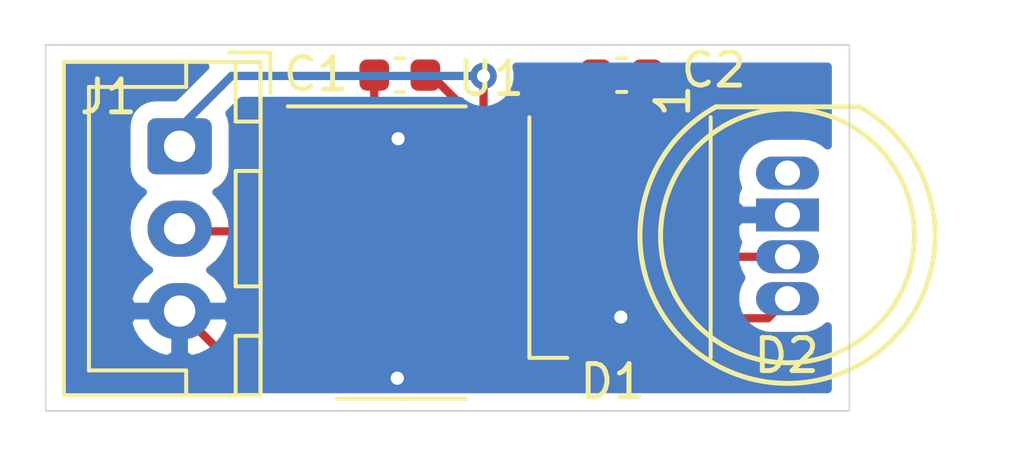
<source format=kicad_pcb>
(kicad_pcb (version 20171130) (host pcbnew 5.1.10)

  (general
    (thickness 1.6)
    (drawings 4)
    (tracks 54)
    (zones 0)
    (modules 6)
    (nets 12)
  )

  (page A4)
  (layers
    (0 F.Cu signal)
    (31 B.Cu signal)
    (32 B.Adhes user)
    (33 F.Adhes user)
    (34 B.Paste user)
    (35 F.Paste user)
    (36 B.SilkS user)
    (37 F.SilkS user)
    (38 B.Mask user)
    (39 F.Mask user)
    (40 Dwgs.User user)
    (41 Cmts.User user)
    (42 Eco1.User user)
    (43 Eco2.User user)
    (44 Edge.Cuts user)
    (45 Margin user)
    (46 B.CrtYd user)
    (47 F.CrtYd user)
    (48 B.Fab user)
    (49 F.Fab user)
  )

  (setup
    (last_trace_width 0.25)
    (trace_clearance 0.2)
    (zone_clearance 0.508)
    (zone_45_only no)
    (trace_min 0.2)
    (via_size 0.8)
    (via_drill 0.4)
    (via_min_size 0.4)
    (via_min_drill 0.3)
    (uvia_size 0.3)
    (uvia_drill 0.1)
    (uvias_allowed no)
    (uvia_min_size 0.2)
    (uvia_min_drill 0.1)
    (edge_width 0.05)
    (segment_width 0.2)
    (pcb_text_width 0.3)
    (pcb_text_size 1.5 1.5)
    (mod_edge_width 0.12)
    (mod_text_size 1 1)
    (mod_text_width 0.15)
    (pad_size 1.524 1.524)
    (pad_drill 0.762)
    (pad_to_mask_clearance 0.051)
    (solder_mask_min_width 0.25)
    (aux_axis_origin 0 0)
    (visible_elements FFFFFF7F)
    (pcbplotparams
      (layerselection 0x010fc_ffffffff)
      (usegerberextensions false)
      (usegerberattributes true)
      (usegerberadvancedattributes true)
      (creategerberjobfile true)
      (excludeedgelayer true)
      (linewidth 0.100000)
      (plotframeref false)
      (viasonmask false)
      (mode 1)
      (useauxorigin false)
      (hpglpennumber 1)
      (hpglpenspeed 20)
      (hpglpendiameter 15.000000)
      (psnegative false)
      (psa4output false)
      (plotreference true)
      (plotvalue true)
      (plotinvisibletext false)
      (padsonsilk false)
      (subtractmaskfromsilk false)
      (outputformat 1)
      (mirror false)
      (drillshape 1)
      (scaleselection 1)
      (outputdirectory ""))
  )

  (net 0 "")
  (net 1 GND)
  (net 2 +5V)
  (net 3 "Net-(D1-Pad4)")
  (net 4 "Net-(D1-Pad1)")
  (net 5 "Net-(D2-Pad2)")
  (net 6 "Net-(J1-Pad2)")
  (net 7 "Net-(U1-Pad12)")
  (net 8 "Net-(U1-Pad8)")
  (net 9 "Net-(U1-Pad6)")
  (net 10 "Net-(U1-Pad4)")
  (net 11 U1A_O)

  (net_class Default "This is the default net class."
    (clearance 0.2)
    (trace_width 0.25)
    (via_dia 0.8)
    (via_drill 0.4)
    (uvia_dia 0.3)
    (uvia_drill 0.1)
    (add_net +5V)
    (add_net GND)
    (add_net "Net-(D1-Pad1)")
    (add_net "Net-(D1-Pad4)")
    (add_net "Net-(D2-Pad2)")
    (add_net "Net-(J1-Pad2)")
    (add_net "Net-(U1-Pad12)")
    (add_net "Net-(U1-Pad4)")
    (add_net "Net-(U1-Pad6)")
    (add_net "Net-(U1-Pad8)")
    (add_net U1A_O)
  )

  (module apa-106:APA-106-F8 (layer F.Cu) (tedit 6096F233) (tstamp 60974287)
    (at 145.3642 102.6922 90)
    (descr APA-106-F8)
    (tags "APA 106 F8 RGB LED 8mm")
    (path /60987850)
    (fp_text reference D1 (at -4.4196 -5.3086) (layer F.SilkS)
      (effects (font (size 1 1) (thickness 0.15)))
    )
    (fp_text value APA-106-F5 (at 0 6.35 270) (layer F.Fab)
      (effects (font (size 1 1) (thickness 0.15)))
    )
    (fp_line (start 3.914 2.17) (end 3.914 -2.17) (layer F.SilkS) (width 0.15))
    (fp_line (start 4.089 2.266) (end 4.089 -2.266) (layer F.CrtYd) (width 0.05))
    (fp_circle (center 0 0) (end 0 3.85) (layer F.SilkS) (width 0.15))
    (fp_arc (start 0 0) (end 4.089 2.266) (angle 302) (layer F.CrtYd) (width 0.05))
    (fp_arc (start 0 0) (end 3.914 2.17) (angle 302) (layer F.SilkS) (width 0.15))
    (pad 4 thru_hole oval (at 1.905 0 180) (size 1.905 1) (drill 0.762) (layers *.Cu *.Mask)
      (net 3 "Net-(D1-Pad4)"))
    (pad 2 thru_hole oval (at -0.635 0 180) (size 1.905 1) (drill 0.762) (layers *.Cu *.Mask)
      (net 2 +5V))
    (pad 3 thru_hole rect (at 0.635 0 180) (size 1.905 1) (drill 0.762) (layers *.Cu *.Mask)
      (net 1 GND))
    (pad 1 thru_hole oval (at -1.905 0 180) (size 1.905 1) (drill 0.762) (layers *.Cu *.Mask)
      (net 4 "Net-(D1-Pad1)"))
    (model /home/crox/lampe_salon_leds/apa-106.pretty/APA-106-F8.wrl
      (offset (xyz 0 0 0.2539999961853027))
      (scale (xyz 0.3937 0.3937 0.3937))
      (rotate (xyz 0 0 0))
    )
  )

  (module Package_SO:SOIC-14_3.9x8.7mm_P1.27mm (layer F.Cu) (tedit 5D9F72B1) (tstamp 609742E8)
    (at 133.6548 103.2002)
    (descr "SOIC, 14 Pin (JEDEC MS-012AB, https://www.analog.com/media/en/package-pcb-resources/package/pkg_pdf/soic_narrow-r/r_14.pdf), generated with kicad-footprint-generator ipc_gullwing_generator.py")
    (tags "SOIC SO")
    (path /60977CDF)
    (attr smd)
    (fp_text reference U1 (at 2.7178 -5.28) (layer F.SilkS)
      (effects (font (size 1 1) (thickness 0.15)))
    )
    (fp_text value 7414 (at 0 5.28) (layer F.Fab)
      (effects (font (size 1 1) (thickness 0.15)))
    )
    (fp_line (start 3.7 -4.58) (end -3.7 -4.58) (layer F.CrtYd) (width 0.05))
    (fp_line (start 3.7 4.58) (end 3.7 -4.58) (layer F.CrtYd) (width 0.05))
    (fp_line (start -3.7 4.58) (end 3.7 4.58) (layer F.CrtYd) (width 0.05))
    (fp_line (start -3.7 -4.58) (end -3.7 4.58) (layer F.CrtYd) (width 0.05))
    (fp_line (start -1.95 -3.35) (end -0.975 -4.325) (layer F.Fab) (width 0.1))
    (fp_line (start -1.95 4.325) (end -1.95 -3.35) (layer F.Fab) (width 0.1))
    (fp_line (start 1.95 4.325) (end -1.95 4.325) (layer F.Fab) (width 0.1))
    (fp_line (start 1.95 -4.325) (end 1.95 4.325) (layer F.Fab) (width 0.1))
    (fp_line (start -0.975 -4.325) (end 1.95 -4.325) (layer F.Fab) (width 0.1))
    (fp_line (start 0 -4.435) (end -3.45 -4.435) (layer F.SilkS) (width 0.12))
    (fp_line (start 0 -4.435) (end 1.95 -4.435) (layer F.SilkS) (width 0.12))
    (fp_line (start 0 4.435) (end -1.95 4.435) (layer F.SilkS) (width 0.12))
    (fp_line (start 0 4.435) (end 1.95 4.435) (layer F.SilkS) (width 0.12))
    (fp_text user %R (at 0 0) (layer F.Fab)
      (effects (font (size 0.98 0.98) (thickness 0.15)))
    )
    (pad 14 smd roundrect (at 2.475 -3.81) (size 1.95 0.6) (layers F.Cu F.Paste F.Mask) (roundrect_rratio 0.25)
      (net 2 +5V))
    (pad 13 smd roundrect (at 2.475 -2.54) (size 1.95 0.6) (layers F.Cu F.Paste F.Mask) (roundrect_rratio 0.25)
      (net 2 +5V))
    (pad 12 smd roundrect (at 2.475 -1.27) (size 1.95 0.6) (layers F.Cu F.Paste F.Mask) (roundrect_rratio 0.25)
      (net 7 "Net-(U1-Pad12)"))
    (pad 11 smd roundrect (at 2.475 0) (size 1.95 0.6) (layers F.Cu F.Paste F.Mask) (roundrect_rratio 0.25)
      (net 6 "Net-(J1-Pad2)"))
    (pad 10 smd roundrect (at 2.475 1.27) (size 1.95 0.6) (layers F.Cu F.Paste F.Mask) (roundrect_rratio 0.25)
      (net 4 "Net-(D1-Pad1)"))
    (pad 9 smd roundrect (at 2.475 2.54) (size 1.95 0.6) (layers F.Cu F.Paste F.Mask) (roundrect_rratio 0.25)
      (net 1 GND))
    (pad 8 smd roundrect (at 2.475 3.81) (size 1.95 0.6) (layers F.Cu F.Paste F.Mask) (roundrect_rratio 0.25)
      (net 8 "Net-(U1-Pad8)"))
    (pad 7 smd roundrect (at -2.475 3.81) (size 1.95 0.6) (layers F.Cu F.Paste F.Mask) (roundrect_rratio 0.25)
      (net 1 GND))
    (pad 6 smd roundrect (at -2.475 2.54) (size 1.95 0.6) (layers F.Cu F.Paste F.Mask) (roundrect_rratio 0.25)
      (net 9 "Net-(U1-Pad6)"))
    (pad 5 smd roundrect (at -2.475 1.27) (size 1.95 0.6) (layers F.Cu F.Paste F.Mask) (roundrect_rratio 0.25)
      (net 10 "Net-(U1-Pad4)"))
    (pad 4 smd roundrect (at -2.475 0) (size 1.95 0.6) (layers F.Cu F.Paste F.Mask) (roundrect_rratio 0.25)
      (net 10 "Net-(U1-Pad4)"))
    (pad 3 smd roundrect (at -2.475 -1.27) (size 1.95 0.6) (layers F.Cu F.Paste F.Mask) (roundrect_rratio 0.25)
      (net 11 U1A_O))
    (pad 2 smd roundrect (at -2.475 -2.54) (size 1.95 0.6) (layers F.Cu F.Paste F.Mask) (roundrect_rratio 0.25)
      (net 11 U1A_O))
    (pad 1 smd roundrect (at -2.475 -3.81) (size 1.95 0.6) (layers F.Cu F.Paste F.Mask) (roundrect_rratio 0.25)
      (net 1 GND))
    (model ${KISYS3DMOD}/Package_SO.3dshapes/SOIC-14_3.9x8.7mm_P1.27mm.wrl
      (at (xyz 0 0 0))
      (scale (xyz 1 1 1))
      (rotate (xyz 0 0 0))
    )
  )

  (module Connector_JST:JST_XH_B03B-XH-A_1x03_P2.50mm_Vertical (layer F.Cu) (tedit 5B7754C5) (tstamp 609742C8)
    (at 126.9238 99.9744 270)
    (descr "JST XH series connector, B03B-XH-A (http://www.jst-mfg.com/product/pdf/eng/eXH.pdf), generated with kicad-footprint-generator")
    (tags "connector JST XH side entry")
    (path /6097F677)
    (fp_text reference J1 (at -1.4986 2.159 180) (layer F.SilkS)
      (effects (font (size 1 1) (thickness 0.15)))
    )
    (fp_text value Conn_01x03 (at 2.5 4.6 90) (layer F.Fab)
      (effects (font (size 1 1) (thickness 0.15)))
    )
    (fp_line (start -2.85 -2.75) (end -2.85 -1.5) (layer F.SilkS) (width 0.12))
    (fp_line (start -1.6 -2.75) (end -2.85 -2.75) (layer F.SilkS) (width 0.12))
    (fp_line (start 6.8 2.75) (end 2.5 2.75) (layer F.SilkS) (width 0.12))
    (fp_line (start 6.8 -0.2) (end 6.8 2.75) (layer F.SilkS) (width 0.12))
    (fp_line (start 7.55 -0.2) (end 6.8 -0.2) (layer F.SilkS) (width 0.12))
    (fp_line (start -1.8 2.75) (end 2.5 2.75) (layer F.SilkS) (width 0.12))
    (fp_line (start -1.8 -0.2) (end -1.8 2.75) (layer F.SilkS) (width 0.12))
    (fp_line (start -2.55 -0.2) (end -1.8 -0.2) (layer F.SilkS) (width 0.12))
    (fp_line (start 7.55 -2.45) (end 5.75 -2.45) (layer F.SilkS) (width 0.12))
    (fp_line (start 7.55 -1.7) (end 7.55 -2.45) (layer F.SilkS) (width 0.12))
    (fp_line (start 5.75 -1.7) (end 7.55 -1.7) (layer F.SilkS) (width 0.12))
    (fp_line (start 5.75 -2.45) (end 5.75 -1.7) (layer F.SilkS) (width 0.12))
    (fp_line (start -0.75 -2.45) (end -2.55 -2.45) (layer F.SilkS) (width 0.12))
    (fp_line (start -0.75 -1.7) (end -0.75 -2.45) (layer F.SilkS) (width 0.12))
    (fp_line (start -2.55 -1.7) (end -0.75 -1.7) (layer F.SilkS) (width 0.12))
    (fp_line (start -2.55 -2.45) (end -2.55 -1.7) (layer F.SilkS) (width 0.12))
    (fp_line (start 4.25 -2.45) (end 0.75 -2.45) (layer F.SilkS) (width 0.12))
    (fp_line (start 4.25 -1.7) (end 4.25 -2.45) (layer F.SilkS) (width 0.12))
    (fp_line (start 0.75 -1.7) (end 4.25 -1.7) (layer F.SilkS) (width 0.12))
    (fp_line (start 0.75 -2.45) (end 0.75 -1.7) (layer F.SilkS) (width 0.12))
    (fp_line (start 0 -1.35) (end 0.625 -2.35) (layer F.Fab) (width 0.1))
    (fp_line (start -0.625 -2.35) (end 0 -1.35) (layer F.Fab) (width 0.1))
    (fp_line (start 7.95 -2.85) (end -2.95 -2.85) (layer F.CrtYd) (width 0.05))
    (fp_line (start 7.95 3.9) (end 7.95 -2.85) (layer F.CrtYd) (width 0.05))
    (fp_line (start -2.95 3.9) (end 7.95 3.9) (layer F.CrtYd) (width 0.05))
    (fp_line (start -2.95 -2.85) (end -2.95 3.9) (layer F.CrtYd) (width 0.05))
    (fp_line (start 7.56 -2.46) (end -2.56 -2.46) (layer F.SilkS) (width 0.12))
    (fp_line (start 7.56 3.51) (end 7.56 -2.46) (layer F.SilkS) (width 0.12))
    (fp_line (start -2.56 3.51) (end 7.56 3.51) (layer F.SilkS) (width 0.12))
    (fp_line (start -2.56 -2.46) (end -2.56 3.51) (layer F.SilkS) (width 0.12))
    (fp_line (start 7.45 -2.35) (end -2.45 -2.35) (layer F.Fab) (width 0.1))
    (fp_line (start 7.45 3.4) (end 7.45 -2.35) (layer F.Fab) (width 0.1))
    (fp_line (start -2.45 3.4) (end 7.45 3.4) (layer F.Fab) (width 0.1))
    (fp_line (start -2.45 -2.35) (end -2.45 3.4) (layer F.Fab) (width 0.1))
    (fp_text user %R (at 2.5 2.7 90) (layer F.Fab)
      (effects (font (size 1 1) (thickness 0.15)))
    )
    (pad 3 thru_hole oval (at 5 0 270) (size 1.7 1.95) (drill 0.95) (layers *.Cu *.Mask)
      (net 1 GND))
    (pad 2 thru_hole oval (at 2.5 0 270) (size 1.7 1.95) (drill 0.95) (layers *.Cu *.Mask)
      (net 6 "Net-(J1-Pad2)"))
    (pad 1 thru_hole roundrect (at 0 0 270) (size 1.7 1.95) (drill 0.95) (layers *.Cu *.Mask) (roundrect_rratio 0.147059)
      (net 2 +5V))
    (model ${KISYS3DMOD}/Connector_JST.3dshapes/JST_XH_B03B-XH-A_1x03_P2.50mm_Vertical.wrl
      (at (xyz 0 0 0))
      (scale (xyz 1 1 1))
      (rotate (xyz 0 0 0))
    )
  )

  (module LED_SMD:LED_WS2812B_PLCC4_5.0x5.0mm_P3.2mm (layer F.Cu) (tedit 5AA4B285) (tstamp 6097429E)
    (at 140.2842 102.743 270)
    (descr https://cdn-shop.adafruit.com/datasheets/WS2812B.pdf)
    (tags "LED RGB NeoPixel")
    (path /6098F340)
    (attr smd)
    (fp_text reference D2 (at 3.5814 -5.0546 180) (layer F.SilkS)
      (effects (font (size 1 1) (thickness 0.15)))
    )
    (fp_text value WS2812B (at 0 4 90) (layer F.Fab)
      (effects (font (size 1 1) (thickness 0.15)))
    )
    (fp_circle (center 0 0) (end 0 -2) (layer F.Fab) (width 0.1))
    (fp_line (start 3.65 2.75) (end 3.65 1.6) (layer F.SilkS) (width 0.12))
    (fp_line (start -3.65 2.75) (end 3.65 2.75) (layer F.SilkS) (width 0.12))
    (fp_line (start -3.65 -2.75) (end 3.65 -2.75) (layer F.SilkS) (width 0.12))
    (fp_line (start 2.5 -2.5) (end -2.5 -2.5) (layer F.Fab) (width 0.1))
    (fp_line (start 2.5 2.5) (end 2.5 -2.5) (layer F.Fab) (width 0.1))
    (fp_line (start -2.5 2.5) (end 2.5 2.5) (layer F.Fab) (width 0.1))
    (fp_line (start -2.5 -2.5) (end -2.5 2.5) (layer F.Fab) (width 0.1))
    (fp_line (start 2.5 1.5) (end 1.5 2.5) (layer F.Fab) (width 0.1))
    (fp_line (start -3.45 -2.75) (end -3.45 2.75) (layer F.CrtYd) (width 0.05))
    (fp_line (start -3.45 2.75) (end 3.45 2.75) (layer F.CrtYd) (width 0.05))
    (fp_line (start 3.45 2.75) (end 3.45 -2.75) (layer F.CrtYd) (width 0.05))
    (fp_line (start 3.45 -2.75) (end -3.45 -2.75) (layer F.CrtYd) (width 0.05))
    (fp_text user %R (at 0 0 90) (layer F.Fab)
      (effects (font (size 0.8 0.8) (thickness 0.15)))
    )
    (fp_text user 1 (at -4.15 -1.6 90) (layer F.SilkS)
      (effects (font (size 1 1) (thickness 0.15)))
    )
    (pad 1 smd rect (at -2.45 -1.6 270) (size 1.5 1) (layers F.Cu F.Paste F.Mask)
      (net 2 +5V))
    (pad 2 smd rect (at -2.45 1.6 270) (size 1.5 1) (layers F.Cu F.Paste F.Mask)
      (net 5 "Net-(D2-Pad2)"))
    (pad 4 smd rect (at 2.45 -1.6 270) (size 1.5 1) (layers F.Cu F.Paste F.Mask)
      (net 4 "Net-(D1-Pad1)"))
    (pad 3 smd rect (at 2.45 1.6 270) (size 1.5 1) (layers F.Cu F.Paste F.Mask)
      (net 1 GND))
    (model ${KISYS3DMOD}/LED_SMD.3dshapes/LED_WS2812B_PLCC4_5.0x5.0mm_P3.2mm.wrl
      (at (xyz 0 0 0))
      (scale (xyz 1 1 1))
      (rotate (xyz 0 0 0))
    )
  )

  (module Capacitor_SMD:C_0603_1608Metric (layer F.Cu) (tedit 5F68FEEE) (tstamp 6097427A)
    (at 140.335 97.8154)
    (descr "Capacitor SMD 0603 (1608 Metric), square (rectangular) end terminal, IPC_7351 nominal, (Body size source: IPC-SM-782 page 76, https://www.pcb-3d.com/wordpress/wp-content/uploads/ipc-sm-782a_amendment_1_and_2.pdf), generated with kicad-footprint-generator")
    (tags capacitor)
    (path /6098CA0F)
    (attr smd)
    (fp_text reference C2 (at 2.794 -0.1524) (layer F.SilkS)
      (effects (font (size 1 1) (thickness 0.15)))
    )
    (fp_text value 100n (at 0 1.43) (layer F.Fab)
      (effects (font (size 1 1) (thickness 0.15)))
    )
    (fp_line (start 1.48 0.73) (end -1.48 0.73) (layer F.CrtYd) (width 0.05))
    (fp_line (start 1.48 -0.73) (end 1.48 0.73) (layer F.CrtYd) (width 0.05))
    (fp_line (start -1.48 -0.73) (end 1.48 -0.73) (layer F.CrtYd) (width 0.05))
    (fp_line (start -1.48 0.73) (end -1.48 -0.73) (layer F.CrtYd) (width 0.05))
    (fp_line (start -0.14058 0.51) (end 0.14058 0.51) (layer F.SilkS) (width 0.12))
    (fp_line (start -0.14058 -0.51) (end 0.14058 -0.51) (layer F.SilkS) (width 0.12))
    (fp_line (start 0.8 0.4) (end -0.8 0.4) (layer F.Fab) (width 0.1))
    (fp_line (start 0.8 -0.4) (end 0.8 0.4) (layer F.Fab) (width 0.1))
    (fp_line (start -0.8 -0.4) (end 0.8 -0.4) (layer F.Fab) (width 0.1))
    (fp_line (start -0.8 0.4) (end -0.8 -0.4) (layer F.Fab) (width 0.1))
    (fp_text user %R (at 0 0) (layer F.Fab)
      (effects (font (size 0.4 0.4) (thickness 0.06)))
    )
    (pad 2 smd roundrect (at 0.775 0) (size 0.9 0.95) (layers F.Cu F.Paste F.Mask) (roundrect_rratio 0.25)
      (net 1 GND))
    (pad 1 smd roundrect (at -0.775 0) (size 0.9 0.95) (layers F.Cu F.Paste F.Mask) (roundrect_rratio 0.25)
      (net 2 +5V))
    (model ${KISYS3DMOD}/Capacitor_SMD.3dshapes/C_0603_1608Metric.wrl
      (at (xyz 0 0 0))
      (scale (xyz 1 1 1))
      (rotate (xyz 0 0 0))
    )
  )

  (module Capacitor_SMD:C_0603_1608Metric (layer F.Cu) (tedit 5F68FEEE) (tstamp 60974269)
    (at 133.604 97.8154 180)
    (descr "Capacitor SMD 0603 (1608 Metric), square (rectangular) end terminal, IPC_7351 nominal, (Body size source: IPC-SM-782 page 76, https://www.pcb-3d.com/wordpress/wp-content/uploads/ipc-sm-782a_amendment_1_and_2.pdf), generated with kicad-footprint-generator")
    (tags capacitor)
    (path /609826E1)
    (attr smd)
    (fp_text reference C1 (at 2.54 0.0254) (layer F.SilkS)
      (effects (font (size 1 1) (thickness 0.15)))
    )
    (fp_text value 100n (at 0 1.43) (layer F.Fab)
      (effects (font (size 1 1) (thickness 0.15)))
    )
    (fp_line (start 1.48 0.73) (end -1.48 0.73) (layer F.CrtYd) (width 0.05))
    (fp_line (start 1.48 -0.73) (end 1.48 0.73) (layer F.CrtYd) (width 0.05))
    (fp_line (start -1.48 -0.73) (end 1.48 -0.73) (layer F.CrtYd) (width 0.05))
    (fp_line (start -1.48 0.73) (end -1.48 -0.73) (layer F.CrtYd) (width 0.05))
    (fp_line (start -0.14058 0.51) (end 0.14058 0.51) (layer F.SilkS) (width 0.12))
    (fp_line (start -0.14058 -0.51) (end 0.14058 -0.51) (layer F.SilkS) (width 0.12))
    (fp_line (start 0.8 0.4) (end -0.8 0.4) (layer F.Fab) (width 0.1))
    (fp_line (start 0.8 -0.4) (end 0.8 0.4) (layer F.Fab) (width 0.1))
    (fp_line (start -0.8 -0.4) (end 0.8 -0.4) (layer F.Fab) (width 0.1))
    (fp_line (start -0.8 0.4) (end -0.8 -0.4) (layer F.Fab) (width 0.1))
    (fp_text user %R (at 0 0) (layer F.Fab)
      (effects (font (size 0.4 0.4) (thickness 0.06)))
    )
    (pad 2 smd roundrect (at 0.775 0 180) (size 0.9 0.95) (layers F.Cu F.Paste F.Mask) (roundrect_rratio 0.25)
      (net 1 GND))
    (pad 1 smd roundrect (at -0.775 0 180) (size 0.9 0.95) (layers F.Cu F.Paste F.Mask) (roundrect_rratio 0.25)
      (net 2 +5V))
    (model ${KISYS3DMOD}/Capacitor_SMD.3dshapes/C_0603_1608Metric.wrl
      (at (xyz 0 0 0))
      (scale (xyz 1 1 1))
      (rotate (xyz 0 0 0))
    )
  )

  (gr_line (start 122.8598 108.0008) (end 122.8598 96.901) (layer Edge.Cuts) (width 0.05) (tstamp 609767CD))
  (gr_line (start 147.2438 108.0008) (end 122.8598 108.0008) (layer Edge.Cuts) (width 0.05))
  (gr_line (start 147.2438 96.901) (end 147.2438 108.0008) (layer Edge.Cuts) (width 0.05))
  (gr_line (start 122.8598 96.901) (end 147.2438 96.901) (layer Edge.Cuts) (width 0.05))

  (segment (start 141.56 97.8154) (end 143.637 99.8924) (width 0.25) (layer F.Cu) (net 1))
  (segment (start 141.11 97.8154) (end 141.56 97.8154) (width 0.25) (layer F.Cu) (net 1))
  (segment (start 143.637 99.8924) (end 143.637 101.6) (width 0.25) (layer F.Cu) (net 1))
  (segment (start 144.0942 102.0572) (end 145.3642 102.0572) (width 0.25) (layer F.Cu) (net 1))
  (segment (start 143.637 101.6) (end 144.0942 102.0572) (width 0.25) (layer F.Cu) (net 1))
  (segment (start 145.3642 102.0572) (end 141.3764 102.0572) (width 0.25) (layer B.Cu) (net 1))
  (via (at 140.3096 105.156) (size 0.8) (drill 0.4) (layers F.Cu B.Cu) (net 1))
  (segment (start 140.3096 103.124) (end 140.3096 105.156) (width 0.25) (layer B.Cu) (net 1))
  (segment (start 141.3764 102.0572) (end 140.3096 103.124) (width 0.25) (layer B.Cu) (net 1))
  (segment (start 138.7212 105.156) (end 138.6842 105.193) (width 0.25) (layer F.Cu) (net 1))
  (segment (start 140.3096 105.156) (end 138.7212 105.156) (width 0.25) (layer F.Cu) (net 1))
  (via (at 133.5532 99.7458) (size 0.8) (drill 0.4) (layers F.Cu B.Cu) (net 1))
  (segment (start 132.829 99.0216) (end 133.5532 99.7458) (width 0.25) (layer F.Cu) (net 1))
  (segment (start 132.829 97.8154) (end 132.829 99.0216) (width 0.25) (layer F.Cu) (net 1))
  (segment (start 133.5532 106.9848) (end 133.5278 107.0102) (width 0.25) (layer B.Cu) (net 1))
  (via (at 133.5278 107.0102) (size 0.8) (drill 0.4) (layers F.Cu B.Cu) (net 1))
  (segment (start 133.5532 99.7458) (end 133.5532 106.9848) (width 0.25) (layer B.Cu) (net 1))
  (segment (start 133.5278 107.0102) (end 131.1798 107.0102) (width 0.25) (layer F.Cu) (net 1))
  (segment (start 128.9596 107.0102) (end 126.9238 104.9744) (width 0.25) (layer F.Cu) (net 1))
  (segment (start 131.1798 107.0102) (end 128.9596 107.0102) (width 0.25) (layer F.Cu) (net 1))
  (segment (start 132.4604 99.3902) (end 132.829 99.0216) (width 0.25) (layer F.Cu) (net 1))
  (segment (start 131.1798 99.3902) (end 132.4604 99.3902) (width 0.25) (layer F.Cu) (net 1))
  (segment (start 134.7978 105.7402) (end 136.1298 105.7402) (width 0.25) (layer F.Cu) (net 1))
  (segment (start 133.5278 107.0102) (end 134.7978 105.7402) (width 0.25) (layer F.Cu) (net 1))
  (segment (start 138.137 105.7402) (end 138.6842 105.193) (width 0.25) (layer F.Cu) (net 1))
  (segment (start 136.1298 105.7402) (end 138.137 105.7402) (width 0.25) (layer F.Cu) (net 1))
  (segment (start 134.555 97.8154) (end 136.1298 99.3902) (width 0.25) (layer F.Cu) (net 2))
  (segment (start 134.379 97.8154) (end 134.555 97.8154) (width 0.25) (layer F.Cu) (net 2))
  (segment (start 139.56 97.9688) (end 141.8842 100.293) (width 0.25) (layer F.Cu) (net 2))
  (segment (start 139.56 97.8154) (end 139.56 97.9688) (width 0.25) (layer F.Cu) (net 2))
  (segment (start 145.3642 103.3272) (end 142.5956 103.3272) (width 0.25) (layer F.Cu) (net 2))
  (segment (start 141.8842 102.6158) (end 141.8842 100.293) (width 0.25) (layer F.Cu) (net 2))
  (segment (start 142.5956 103.3272) (end 141.8842 102.6158) (width 0.25) (layer F.Cu) (net 2))
  (segment (start 137.7046 97.8154) (end 136.1298 99.3902) (width 0.25) (layer F.Cu) (net 2))
  (segment (start 139.56 97.8154) (end 137.7046 97.8154) (width 0.25) (layer F.Cu) (net 2))
  (segment (start 126.9238 99.9744) (end 126.9238 99.4156) (width 0.25) (layer B.Cu) (net 2))
  (via (at 136.144 97.8408) (size 0.8) (drill 0.4) (layers F.Cu B.Cu) (net 2))
  (segment (start 128.4986 97.8408) (end 136.144 97.8408) (width 0.25) (layer B.Cu) (net 2))
  (segment (start 126.9238 99.4156) (end 128.4986 97.8408) (width 0.25) (layer B.Cu) (net 2))
  (segment (start 136.144 99.376) (end 136.1298 99.3902) (width 0.25) (layer F.Cu) (net 2))
  (segment (start 136.144 97.8408) (end 136.144 99.376) (width 0.25) (layer F.Cu) (net 2))
  (segment (start 136.1298 99.3902) (end 136.1298 100.6602) (width 0.25) (layer F.Cu) (net 2))
  (segment (start 136.1298 104.4702) (end 137.3378 104.4702) (width 0.25) (layer F.Cu) (net 4))
  (segment (start 137.3378 104.4702) (end 137.9474 103.8606) (width 0.25) (layer F.Cu) (net 4))
  (segment (start 140.5518 103.8606) (end 141.8842 105.193) (width 0.25) (layer F.Cu) (net 4))
  (segment (start 137.9474 103.8606) (end 140.5518 103.8606) (width 0.25) (layer F.Cu) (net 4))
  (segment (start 144.7684 105.193) (end 145.3642 104.5972) (width 0.25) (layer F.Cu) (net 4))
  (segment (start 141.8842 105.193) (end 144.7684 105.193) (width 0.25) (layer F.Cu) (net 4))
  (segment (start 127.00461 102.55521) (end 133.89339 102.55521) (width 0.25) (layer F.Cu) (net 6))
  (segment (start 126.9238 102.4744) (end 127.00461 102.55521) (width 0.25) (layer F.Cu) (net 6))
  (segment (start 134.53838 103.2002) (end 136.1298 103.2002) (width 0.25) (layer F.Cu) (net 6))
  (segment (start 133.89339 102.55521) (end 134.53838 103.2002) (width 0.25) (layer F.Cu) (net 6))
  (segment (start 131.1798 103.2002) (end 131.1798 104.4702) (width 0.25) (layer F.Cu) (net 10))
  (segment (start 131.1798 100.6602) (end 131.1798 101.9302) (width 0.25) (layer F.Cu) (net 11))

  (zone (net 1) (net_name GND) (layer B.Cu) (tstamp 0) (hatch edge 0.508)
    (connect_pads (clearance 0.508))
    (min_thickness 0.254)
    (fill yes (arc_segments 32) (thermal_gap 0.508) (thermal_bridge_width 0.508))
    (polygon
      (pts
        (xy 147.2184 108.0262) (xy 122.809 107.9754) (xy 122.809 96.8756) (xy 122.8598 96.901) (xy 147.2184 96.8756)
      )
    )
    (filled_polygon
      (pts
        (xy 126.778271 98.486328) (xy 126.1988 98.486328) (xy 126.025546 98.503392) (xy 125.85895 98.553928) (xy 125.705414 98.635995)
        (xy 125.570838 98.746438) (xy 125.460395 98.881014) (xy 125.378328 99.03455) (xy 125.327792 99.201146) (xy 125.310728 99.3744)
        (xy 125.310728 100.5744) (xy 125.327792 100.747654) (xy 125.378328 100.91425) (xy 125.460395 101.067786) (xy 125.570838 101.202362)
        (xy 125.705414 101.312805) (xy 125.807137 101.367177) (xy 125.743666 101.419266) (xy 125.558094 101.645386) (xy 125.420201 101.903366)
        (xy 125.335287 102.183289) (xy 125.306615 102.4744) (xy 125.335287 102.765511) (xy 125.420201 103.045434) (xy 125.558094 103.303414)
        (xy 125.743666 103.529534) (xy 125.969786 103.715106) (xy 125.995522 103.728862) (xy 125.789371 103.885351) (xy 125.596304 104.103207)
        (xy 125.449448 104.354542) (xy 125.357324 104.61751) (xy 125.478645 104.8474) (xy 126.7968 104.8474) (xy 126.7968 104.8274)
        (xy 127.0508 104.8274) (xy 127.0508 104.8474) (xy 128.368955 104.8474) (xy 128.490276 104.61751) (xy 128.398152 104.354542)
        (xy 128.251296 104.103207) (xy 128.058229 103.885351) (xy 127.852078 103.728862) (xy 127.877814 103.715106) (xy 128.103934 103.529534)
        (xy 128.289506 103.303414) (xy 128.427399 103.045434) (xy 128.512313 102.765511) (xy 128.540985 102.4744) (xy 128.512313 102.183289)
        (xy 128.427399 101.903366) (xy 128.289506 101.645386) (xy 128.103934 101.419266) (xy 128.040463 101.367177) (xy 128.142186 101.312805)
        (xy 128.276762 101.202362) (xy 128.387205 101.067786) (xy 128.469272 100.91425) (xy 128.519808 100.747654) (xy 128.536872 100.5744)
        (xy 128.536872 99.3744) (xy 128.519808 99.201146) (xy 128.469272 99.03455) (xy 128.438055 98.976147) (xy 128.813402 98.6008)
        (xy 135.440289 98.6008) (xy 135.484226 98.644737) (xy 135.653744 98.758005) (xy 135.842102 98.836026) (xy 136.042061 98.8758)
        (xy 136.245939 98.8758) (xy 136.445898 98.836026) (xy 136.634256 98.758005) (xy 136.803774 98.644737) (xy 136.947937 98.500574)
        (xy 137.061205 98.331056) (xy 137.139226 98.142698) (xy 137.179 97.942739) (xy 137.179 97.738861) (xy 137.143622 97.561)
        (xy 146.5838 97.561) (xy 146.5838 99.948458) (xy 146.450323 99.838916) (xy 146.253147 99.733524) (xy 146.039199 99.668623)
        (xy 145.872452 99.6522) (xy 144.855948 99.6522) (xy 144.689201 99.668623) (xy 144.475253 99.733524) (xy 144.278077 99.838916)
        (xy 144.105251 99.980751) (xy 143.963416 100.153577) (xy 143.858024 100.350753) (xy 143.793123 100.564701) (xy 143.771209 100.7872)
        (xy 143.793123 101.009699) (xy 143.858024 101.223647) (xy 143.863997 101.234821) (xy 143.822198 101.31302) (xy 143.785888 101.432718)
        (xy 143.773628 101.5572) (xy 143.7767 101.77145) (xy 143.93545 101.9302) (xy 145.2372 101.9302) (xy 145.2372 101.9222)
        (xy 145.4912 101.9222) (xy 145.4912 101.9302) (xy 145.5112 101.9302) (xy 145.5112 102.1842) (xy 145.4912 102.1842)
        (xy 145.4912 102.1922) (xy 145.2372 102.1922) (xy 145.2372 102.1842) (xy 143.93545 102.1842) (xy 143.7767 102.34295)
        (xy 143.773628 102.5572) (xy 143.785888 102.681682) (xy 143.822198 102.80138) (xy 143.863997 102.879579) (xy 143.858024 102.890753)
        (xy 143.793123 103.104701) (xy 143.771209 103.3272) (xy 143.793123 103.549699) (xy 143.858024 103.763647) (xy 143.963416 103.960823)
        (xy 143.964546 103.9622) (xy 143.963416 103.963577) (xy 143.858024 104.160753) (xy 143.793123 104.374701) (xy 143.771209 104.5972)
        (xy 143.793123 104.819699) (xy 143.858024 105.033647) (xy 143.963416 105.230823) (xy 144.105251 105.403649) (xy 144.278077 105.545484)
        (xy 144.475253 105.650876) (xy 144.689201 105.715777) (xy 144.855948 105.7322) (xy 145.872452 105.7322) (xy 146.039199 105.715777)
        (xy 146.253147 105.650876) (xy 146.450323 105.545484) (xy 146.583801 105.435941) (xy 146.583801 107.3408) (xy 123.5198 107.3408)
        (xy 123.5198 105.33129) (xy 125.357324 105.33129) (xy 125.449448 105.594258) (xy 125.596304 105.845593) (xy 125.789371 106.063449)
        (xy 126.02123 106.239453) (xy 126.28297 106.366842) (xy 126.564533 106.44072) (xy 126.7968 106.300565) (xy 126.7968 105.1014)
        (xy 127.0508 105.1014) (xy 127.0508 106.300565) (xy 127.283067 106.44072) (xy 127.56463 106.366842) (xy 127.82637 106.239453)
        (xy 128.058229 106.063449) (xy 128.251296 105.845593) (xy 128.398152 105.594258) (xy 128.490276 105.33129) (xy 128.368955 105.1014)
        (xy 127.0508 105.1014) (xy 126.7968 105.1014) (xy 125.478645 105.1014) (xy 125.357324 105.33129) (xy 123.5198 105.33129)
        (xy 123.5198 97.561) (xy 127.703598 97.561)
      )
    )
  )
)

</source>
